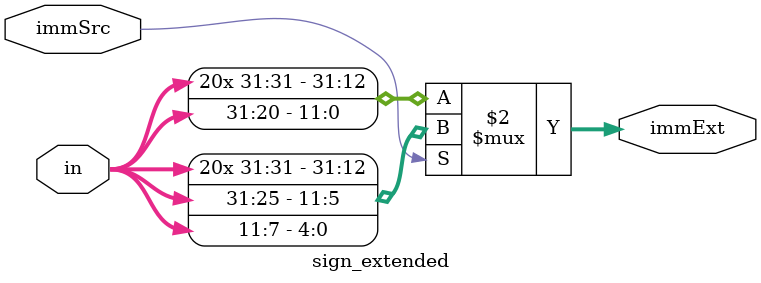
<source format=v>
`timescale 1ns / 1ps


module sign_extended(
input wire [31:0] in,
input wire immSrc,
output wire [31:0] immExt
    );
    assign immExt = (immSrc == 1'b1) ? ({{20{in[31]}},in[31:25],in[11:7]}):
                                            {{20{in[31]}},in[31:20]};
endmodule

</source>
